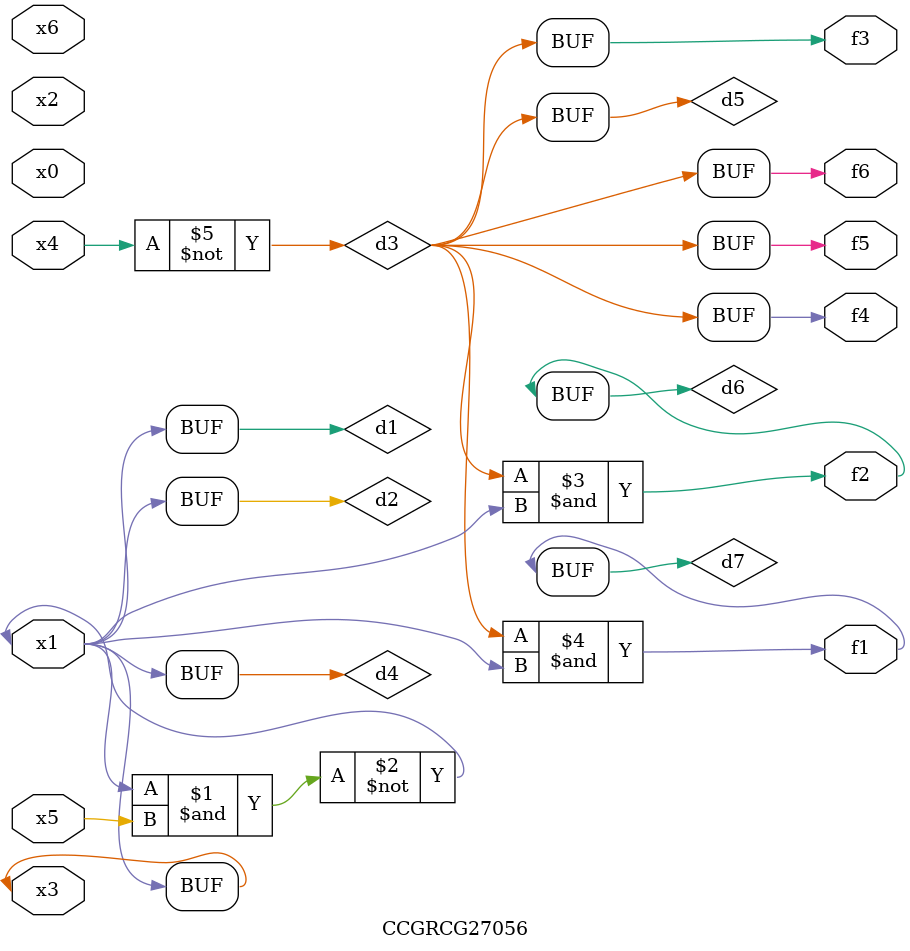
<source format=v>
module CCGRCG27056(
	input x0, x1, x2, x3, x4, x5, x6,
	output f1, f2, f3, f4, f5, f6
);

	wire d1, d2, d3, d4, d5, d6, d7;

	buf (d1, x1, x3);
	nand (d2, x1, x5);
	not (d3, x4);
	buf (d4, d1, d2);
	buf (d5, d3);
	and (d6, d3, d4);
	and (d7, d3, d4);
	assign f1 = d7;
	assign f2 = d6;
	assign f3 = d5;
	assign f4 = d5;
	assign f5 = d5;
	assign f6 = d5;
endmodule

</source>
